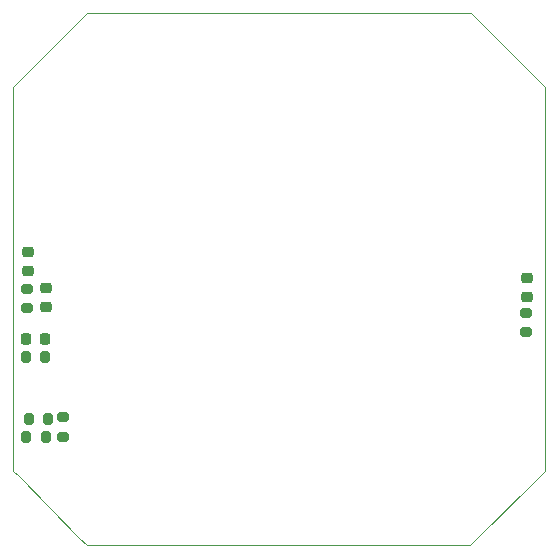
<source format=gbp>
G04 #@! TF.GenerationSoftware,KiCad,Pcbnew,9.0.1*
G04 #@! TF.CreationDate,2025-04-25T12:08:24+05:30*
G04 #@! TF.ProjectId,esp32_quad_baro_bootser_nousb_BMP,65737033-325f-4717-9561-645f6261726f,rev?*
G04 #@! TF.SameCoordinates,Original*
G04 #@! TF.FileFunction,Paste,Bot*
G04 #@! TF.FilePolarity,Positive*
%FSLAX46Y46*%
G04 Gerber Fmt 4.6, Leading zero omitted, Abs format (unit mm)*
G04 Created by KiCad (PCBNEW 9.0.1) date 2025-04-25 12:08:24*
%MOMM*%
%LPD*%
G01*
G04 APERTURE LIST*
G04 Aperture macros list*
%AMRoundRect*
0 Rectangle with rounded corners*
0 $1 Rounding radius*
0 $2 $3 $4 $5 $6 $7 $8 $9 X,Y pos of 4 corners*
0 Add a 4 corners polygon primitive as box body*
4,1,4,$2,$3,$4,$5,$6,$7,$8,$9,$2,$3,0*
0 Add four circle primitives for the rounded corners*
1,1,$1+$1,$2,$3*
1,1,$1+$1,$4,$5*
1,1,$1+$1,$6,$7*
1,1,$1+$1,$8,$9*
0 Add four rect primitives between the rounded corners*
20,1,$1+$1,$2,$3,$4,$5,0*
20,1,$1+$1,$4,$5,$6,$7,0*
20,1,$1+$1,$6,$7,$8,$9,0*
20,1,$1+$1,$8,$9,$2,$3,0*%
G04 Aperture macros list end*
%ADD10RoundRect,0.225000X0.225000X0.250000X-0.225000X0.250000X-0.225000X-0.250000X0.225000X-0.250000X0*%
%ADD11RoundRect,0.218750X-0.256250X0.218750X-0.256250X-0.218750X0.256250X-0.218750X0.256250X0.218750X0*%
%ADD12RoundRect,0.200000X-0.200000X-0.275000X0.200000X-0.275000X0.200000X0.275000X-0.200000X0.275000X0*%
%ADD13RoundRect,0.200000X0.275000X-0.200000X0.275000X0.200000X-0.275000X0.200000X-0.275000X-0.200000X0*%
%ADD14RoundRect,0.225000X0.250000X-0.225000X0.250000X0.225000X-0.250000X0.225000X-0.250000X-0.225000X0*%
%ADD15RoundRect,0.200000X-0.275000X0.200000X-0.275000X-0.200000X0.275000X-0.200000X0.275000X0.200000X0*%
G04 #@! TA.AperFunction,Profile*
%ADD16C,0.025400*%
G04 #@! TD*
G04 APERTURE END LIST*
D10*
X111040000Y-91610000D03*
X109490000Y-91610000D03*
D11*
X109610000Y-84275000D03*
X109610000Y-85850000D03*
D12*
X109490000Y-99890000D03*
X111140000Y-99890000D03*
D13*
X112620000Y-99900000D03*
X112620000Y-98250000D03*
D14*
X111190000Y-88870000D03*
X111190000Y-87320000D03*
D15*
X109580000Y-87330000D03*
X109580000Y-88980000D03*
X151810000Y-89395000D03*
X151810000Y-91045000D03*
D11*
X151840000Y-86440000D03*
X151840000Y-88015000D03*
D12*
X109675000Y-98340000D03*
X111325000Y-98340000D03*
X109420000Y-93140000D03*
X111070000Y-93140000D03*
D16*
X122647460Y-109008420D02*
X119947440Y-109008420D01*
X108397550Y-101116380D02*
X108397550Y-102768910D01*
X141847570Y-109008420D02*
X147090000Y-109008420D01*
X108397550Y-70248020D02*
X108860000Y-69790000D01*
X108397550Y-75400410D02*
X108397550Y-97616520D01*
X139147550Y-109008420D02*
X141847570Y-109008420D01*
X114637060Y-64008510D02*
X113940000Y-64690000D01*
X108397550Y-97616520D02*
X108397550Y-101116380D01*
X113970000Y-108460000D02*
X114637060Y-109008420D01*
X123247410Y-64008510D02*
X138547610Y-64008510D01*
X153397460Y-71900540D02*
X153397460Y-70248020D01*
X147157950Y-64008510D02*
X153397460Y-70248020D01*
X108397550Y-102768910D02*
X108840000Y-103230000D01*
X153397460Y-102768910D02*
X153080000Y-103120000D01*
X108397550Y-70248020D02*
X108397550Y-71900540D01*
X147090000Y-109008420D02*
X153080000Y-103120000D01*
X153397460Y-97616520D02*
X153397460Y-75400410D01*
X113940000Y-64690000D02*
X108860000Y-69790000D01*
X139147550Y-109008420D02*
X122647460Y-109008420D01*
X153397460Y-102768910D02*
X153397460Y-101116380D01*
X153397460Y-71900540D02*
X153397460Y-75400410D01*
X108840000Y-103230000D02*
X113970000Y-108460000D01*
X147157950Y-64008510D02*
X138547610Y-64008510D01*
X123247410Y-64008510D02*
X114637060Y-64008510D01*
X114637060Y-109008420D02*
X119947440Y-109008420D01*
X153397460Y-97616520D02*
X153397460Y-101116380D01*
X108397550Y-75400410D02*
X108397550Y-71900540D01*
M02*

</source>
